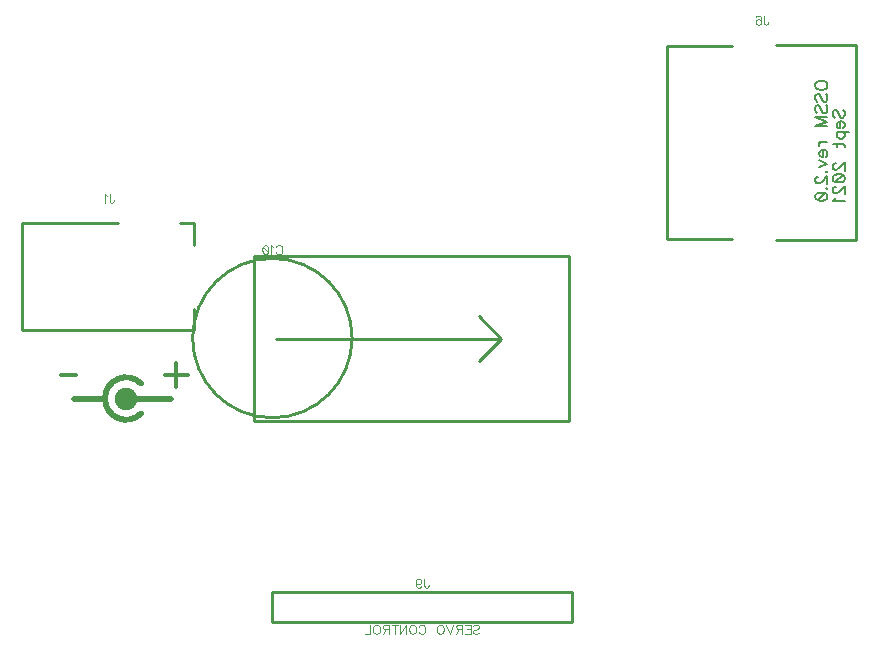
<source format=gbr>
G04 DipTrace 3.3.1.3*
G04 BottomSilk.gbr*
%MOIN*%
G04 #@! TF.FileFunction,Legend,Bot*
G04 #@! TF.Part,Single*
%ADD10C,0.01*%
%ADD16C,0.02*%
%ADD17C,0.075*%
%ADD125C,0.004632*%
%ADD127C,0.006176*%
%ADD128C,0.013895*%
%FSLAX26Y26*%
G04*
G70*
G90*
G75*
G01*
G04 BotSilk*
%LPD*%
X496752Y1251575D2*
D10*
G02X496752Y1251575I265748J0D01*
G01*
X500191Y1562547D2*
Y1633422D1*
X-70621Y1279085D2*
X500249D1*
Y1349961D1*
Y1633422D2*
X454991D1*
X246297D2*
X-70621D1*
Y1279085D1*
X2709500Y2227976D2*
X2440734D1*
X2293326Y2225854D2*
X2078741D1*
Y1580146D1*
X2293326D1*
X2440734Y1578024D2*
X2709500D1*
Y2227976D1*
X1762000Y406000D2*
Y306000D1*
X762000Y406000D2*
X1762000D1*
X762000D2*
Y306000D1*
X837000D1*
X1762000D1*
X700000Y1525000D2*
X1750000D1*
Y975000D1*
X700000D1*
Y1525000D1*
X775000Y1250000D2*
X1525000D1*
X1450000Y1325000D1*
X1525000Y1250000D2*
X1450000Y1175000D1*
X325000Y1100000D2*
D16*
G03X325000Y1000000I-50000J-50000D01*
G01*
D17*
X275000Y1050000D3*
D16*
X425000D1*
X200000D2*
X100000D1*
X774649Y1554094D2*
D125*
X776075Y1556946D1*
X778960Y1559831D1*
X781812Y1561257D1*
X787549D1*
X790434Y1559831D1*
X793286Y1556946D1*
X794745Y1554094D1*
X796171Y1549783D1*
Y1542587D1*
X794745Y1538309D1*
X793286Y1535424D1*
X790434Y1532572D1*
X787549Y1531113D1*
X781812D1*
X778960Y1532572D1*
X776075Y1535424D1*
X774649Y1538309D1*
X765385Y1555487D2*
X762500Y1556946D1*
X758189Y1561224D1*
Y1531113D1*
X740303Y1561224D2*
X744614Y1559798D1*
X747499Y1555487D1*
X748925Y1548324D1*
Y1544013D1*
X747499Y1536850D1*
X744614Y1532539D1*
X740303Y1531113D1*
X737451D1*
X733140Y1532539D1*
X730289Y1536850D1*
X728829Y1544013D1*
Y1548324D1*
X730289Y1555487D1*
X733140Y1559798D1*
X737451Y1561224D1*
X740303D1*
X730289Y1555487D2*
X747499Y1536850D1*
X219800Y1732468D2*
Y1709520D1*
X221226Y1705209D1*
X222685Y1703783D1*
X225537Y1702324D1*
X228422D1*
X231274Y1703783D1*
X232700Y1705209D1*
X234159Y1709520D1*
Y1712372D1*
X210536Y1726698D2*
X207651Y1728157D1*
X203340Y1732435D1*
Y1702324D1*
X2400891Y2325871D2*
Y2302923D1*
X2402317Y2298612D1*
X2403777Y2297186D1*
X2406628Y2295727D1*
X2409513D1*
X2412365Y2297186D1*
X2413791Y2298612D1*
X2415250Y2302923D1*
Y2305775D1*
X2374417Y2321560D2*
X2375843Y2324412D1*
X2380154Y2325838D1*
X2383006D1*
X2387317Y2324412D1*
X2390202Y2320101D1*
X2391628Y2312938D1*
Y2305775D1*
X2390202Y2300038D1*
X2387317Y2297153D1*
X2383006Y2295727D1*
X2381580D1*
X2377302Y2297153D1*
X2374417Y2300038D1*
X2372991Y2304349D1*
Y2305775D1*
X2374417Y2310086D1*
X2377302Y2312938D1*
X2381580Y2314364D1*
X2383006D1*
X2387317Y2312938D1*
X2390202Y2310086D1*
X2391628Y2305775D1*
X1268787Y449934D2*
Y426986D1*
X1270213Y422675D1*
X1271672Y421249D1*
X1274524Y419790D1*
X1277409D1*
X1280261Y421249D1*
X1281687Y422675D1*
X1283146Y426986D1*
Y429838D1*
X1240854Y439886D2*
X1242313Y435575D1*
X1245165Y432690D1*
X1249476Y431264D1*
X1250902D1*
X1255213Y432690D1*
X1258065Y435575D1*
X1259524Y439886D1*
Y441312D1*
X1258065Y445623D1*
X1255213Y448475D1*
X1250902Y449901D1*
X1249476D1*
X1245165Y448475D1*
X1242313Y445623D1*
X1240854Y439886D1*
Y432690D1*
X1242313Y425527D1*
X1245165Y421216D1*
X1249476Y419790D1*
X1252328D1*
X1256639Y421216D1*
X1258065Y424101D1*
X1432255Y291514D2*
X1435106Y294399D1*
X1439417Y295825D1*
X1445154D1*
X1449465Y294399D1*
X1452351Y291514D1*
Y288662D1*
X1450891Y285777D1*
X1449465Y284351D1*
X1446614Y282925D1*
X1437991Y280040D1*
X1435106Y278614D1*
X1433680Y277155D1*
X1432255Y274303D1*
Y269992D1*
X1435106Y267140D1*
X1439417Y265681D1*
X1445154D1*
X1449465Y267140D1*
X1452351Y269992D1*
X1404354Y295825D2*
X1422991D1*
Y265681D1*
X1404354D1*
X1422991Y281466D2*
X1411517D1*
X1395091D2*
X1382191D1*
X1377880Y282925D1*
X1376420Y284351D1*
X1374995Y287203D1*
Y290088D1*
X1376420Y292940D1*
X1377880Y294399D1*
X1382191Y295825D1*
X1395091D1*
Y265681D1*
X1385043Y281466D2*
X1374995Y265681D1*
X1365731Y295825D2*
X1354257Y265681D1*
X1342783Y295825D1*
X1324897D2*
X1327783Y294399D1*
X1330634Y291514D1*
X1332094Y288662D1*
X1333520Y284351D1*
Y277155D1*
X1332094Y272877D1*
X1330634Y269992D1*
X1327783Y267140D1*
X1324897Y265681D1*
X1319160D1*
X1316309Y267140D1*
X1313424Y269992D1*
X1311998Y272877D1*
X1310572Y277155D1*
Y284351D1*
X1311998Y288662D1*
X1313424Y291514D1*
X1316309Y294399D1*
X1319160Y295825D1*
X1324897D1*
X1250626Y288662D2*
X1252051Y291514D1*
X1254937Y294399D1*
X1257788Y295825D1*
X1263525D1*
X1266411Y294399D1*
X1269262Y291514D1*
X1270722Y288662D1*
X1272147Y284351D1*
Y277155D1*
X1270722Y272877D1*
X1269262Y269992D1*
X1266411Y267140D1*
X1263525Y265681D1*
X1257788D1*
X1254937Y267140D1*
X1252051Y269992D1*
X1250626Y272877D1*
X1232740Y295825D2*
X1235625Y294399D1*
X1238477Y291514D1*
X1239936Y288662D1*
X1241362Y284351D1*
Y277155D1*
X1239936Y272877D1*
X1238477Y269992D1*
X1235625Y267140D1*
X1232740Y265681D1*
X1227003D1*
X1224151Y267140D1*
X1221266Y269992D1*
X1219840Y272877D1*
X1218414Y277155D1*
Y284351D1*
X1219840Y288662D1*
X1221266Y291514D1*
X1224151Y294399D1*
X1227003Y295825D1*
X1232740D1*
X1189055D2*
Y265681D1*
X1209151Y295825D1*
Y265681D1*
X1169743Y295825D2*
Y265681D1*
X1179791Y295825D2*
X1159695D1*
X1150431Y281466D2*
X1137532D1*
X1133220Y282925D1*
X1131761Y284351D1*
X1130335Y287203D1*
Y290088D1*
X1131761Y292940D1*
X1133220Y294399D1*
X1137532Y295825D1*
X1150431D1*
Y265681D1*
X1140383Y281466D2*
X1130335Y265681D1*
X1112450Y295825D2*
X1115335Y294399D1*
X1118187Y291514D1*
X1119646Y288662D1*
X1121072Y284351D1*
Y277155D1*
X1119646Y272877D1*
X1118187Y269992D1*
X1115335Y267140D1*
X1112450Y265681D1*
X1106713D1*
X1103861Y267140D1*
X1100976Y269992D1*
X1099550Y272877D1*
X1098124Y277155D1*
Y284351D1*
X1099550Y288662D1*
X1100976Y291514D1*
X1103861Y294399D1*
X1106713Y295825D1*
X1112450D1*
X1088860D2*
Y265681D1*
X1071649D1*
X2572252Y2097961D2*
D127*
X2574153Y2101808D1*
X2578000Y2105610D1*
X2581803Y2107556D1*
X2587551Y2109457D1*
X2597145D1*
X2602849Y2107556D1*
X2606696Y2105610D1*
X2610499Y2101808D1*
X2612444Y2097961D1*
Y2090312D1*
X2610499Y2086509D1*
X2606696Y2082662D1*
X2602849Y2080761D1*
X2597145Y2078860D1*
X2587551D1*
X2581803Y2080761D1*
X2578000Y2082662D1*
X2574153Y2086509D1*
X2572252Y2090312D1*
Y2097961D1*
X2578000Y2039714D2*
X2574153Y2043516D1*
X2572252Y2049264D1*
Y2056914D1*
X2574153Y2062662D1*
X2578000Y2066509D1*
X2581803D1*
X2585649Y2064563D1*
X2587551Y2062662D1*
X2589452Y2058859D1*
X2593299Y2047363D1*
X2595200Y2043516D1*
X2597145Y2041615D1*
X2600948Y2039714D1*
X2606696D1*
X2610499Y2043516D1*
X2612444Y2049264D1*
Y2056914D1*
X2610499Y2062662D1*
X2606696Y2066509D1*
X2578000Y2000568D2*
X2574153Y2004370D1*
X2572252Y2010118D1*
Y2017768D1*
X2574153Y2023516D1*
X2578000Y2027362D1*
X2581803D1*
X2585649Y2025417D1*
X2587551Y2023516D1*
X2589452Y2019713D1*
X2593299Y2008217D1*
X2595200Y2004370D1*
X2597145Y2002469D1*
X2600948Y2000568D1*
X2606696D1*
X2610499Y2004370D1*
X2612444Y2010118D1*
Y2017768D1*
X2610499Y2023516D1*
X2606696Y2027362D1*
X2612444Y1957619D2*
X2572252D1*
X2612444Y1972918D1*
X2572252Y1988216D1*
X2612444D1*
X2585649Y1906387D2*
X2612444D1*
X2597145D2*
X2591397Y1904442D1*
X2587551Y1900639D1*
X2585649Y1896792D1*
Y1891044D1*
X2597145Y1878693D2*
Y1855745D1*
X2593299D1*
X2589452Y1857646D1*
X2587551Y1859547D1*
X2585649Y1863394D1*
Y1869142D1*
X2587551Y1872945D1*
X2591397Y1876792D1*
X2597145Y1878693D1*
X2600948D1*
X2606696Y1876792D1*
X2610499Y1872945D1*
X2612444Y1869142D1*
Y1863394D1*
X2610499Y1859547D1*
X2606696Y1855745D1*
X2585649Y1843394D2*
X2612444Y1831897D1*
X2585649Y1820446D1*
X2608597Y1806193D2*
X2610543Y1808094D1*
X2612444Y1806193D1*
X2610543Y1804247D1*
X2608597Y1806193D1*
X2581847Y1789951D2*
X2579946D1*
X2576099Y1788049D1*
X2574198Y1786148D1*
X2572296Y1782301D1*
Y1774652D1*
X2574198Y1770849D1*
X2576099Y1768948D1*
X2579946Y1767003D1*
X2583748D1*
X2587595Y1768948D1*
X2593299Y1772751D1*
X2612444Y1791896D1*
Y1765101D1*
X2608597Y1750849D2*
X2610543Y1752750D1*
X2612444Y1750849D1*
X2610543Y1748903D1*
X2608597Y1750849D1*
X2572296Y1725056D2*
X2574198Y1730804D1*
X2579946Y1734651D1*
X2589496Y1736552D1*
X2595244D1*
X2604795Y1734651D1*
X2610543Y1730804D1*
X2612444Y1725056D1*
Y1721253D1*
X2610543Y1715505D1*
X2604795Y1711703D1*
X2595244Y1709757D1*
X2589496D1*
X2579946Y1711703D1*
X2574197Y1715505D1*
X2572296Y1721253D1*
Y1725056D1*
X2579946Y1711703D2*
X2604795Y1734651D1*
X2636640Y1986315D2*
X2632794Y1990118D1*
X2630892Y1995866D1*
Y2003515D1*
X2632794Y2009263D1*
X2636640Y2013110D1*
X2640443D1*
X2644290Y2011164D1*
X2646191Y2009263D1*
X2648092Y2005461D1*
X2651939Y1993964D1*
X2653840Y1990118D1*
X2655786Y1988216D1*
X2659588Y1986315D1*
X2665336D1*
X2669139Y1990118D1*
X2671084Y1995866D1*
Y2003515D1*
X2669139Y2009263D1*
X2665336Y2013110D1*
X2655786Y1973964D2*
Y1951016D1*
X2651939D1*
X2648092Y1952917D1*
X2646191Y1954818D1*
X2644290Y1958665D1*
Y1964413D1*
X2646191Y1968216D1*
X2650038Y1972062D1*
X2655786Y1973964D1*
X2659588D1*
X2665336Y1972062D1*
X2669139Y1968216D1*
X2671084Y1964413D1*
Y1958665D1*
X2669139Y1954818D1*
X2665336Y1951016D1*
X2644290Y1938664D2*
X2684482D1*
X2650038D2*
X2646235Y1934818D1*
X2644290Y1931015D1*
Y1925267D1*
X2646235Y1921420D1*
X2650038Y1917618D1*
X2655786Y1915672D1*
X2659633D1*
X2665336Y1917618D1*
X2669183Y1921420D1*
X2671084Y1925267D1*
Y1931015D1*
X2669183Y1934818D1*
X2665336Y1938664D1*
X2630892Y1897573D2*
X2663435D1*
X2669139Y1895672D1*
X2671084Y1891825D1*
Y1888022D1*
X2644290Y1903321D2*
Y1889924D1*
X2640487Y1834845D2*
X2638586D1*
X2634739Y1832943D1*
X2632838Y1831042D1*
X2630937Y1827195D1*
Y1819546D1*
X2632838Y1815744D1*
X2634739Y1813842D1*
X2638586Y1811897D1*
X2642389D1*
X2646235Y1813842D1*
X2651939Y1817645D1*
X2671084Y1836790D1*
Y1809995D1*
X2630937Y1786148D2*
X2632838Y1791896D1*
X2638586Y1795743D1*
X2648137Y1797644D1*
X2653885D1*
X2663435Y1795743D1*
X2669183Y1791896D1*
X2671084Y1786148D1*
Y1782345D1*
X2669183Y1776597D1*
X2663435Y1772795D1*
X2653885Y1770849D1*
X2648137D1*
X2638586Y1772795D1*
X2632838Y1776597D1*
X2630937Y1782346D1*
Y1786148D1*
X2638586Y1772795D2*
X2663435Y1795743D1*
X2640487Y1756553D2*
X2638586D1*
X2634739Y1754651D1*
X2632838Y1752750D1*
X2630937Y1748903D1*
Y1741254D1*
X2632838Y1737451D1*
X2634739Y1735550D1*
X2638586Y1733605D1*
X2642389D1*
X2646235Y1735550D1*
X2651939Y1739353D1*
X2671084Y1758498D1*
Y1731703D1*
X2638586Y1719352D2*
X2636640Y1715505D1*
X2630937Y1709757D1*
X2671084D1*
X441887Y1166818D2*
D128*
Y1089319D1*
X480587Y1128018D2*
X403088D1*
X106690Y1128068D2*
X56948D1*
M02*

</source>
